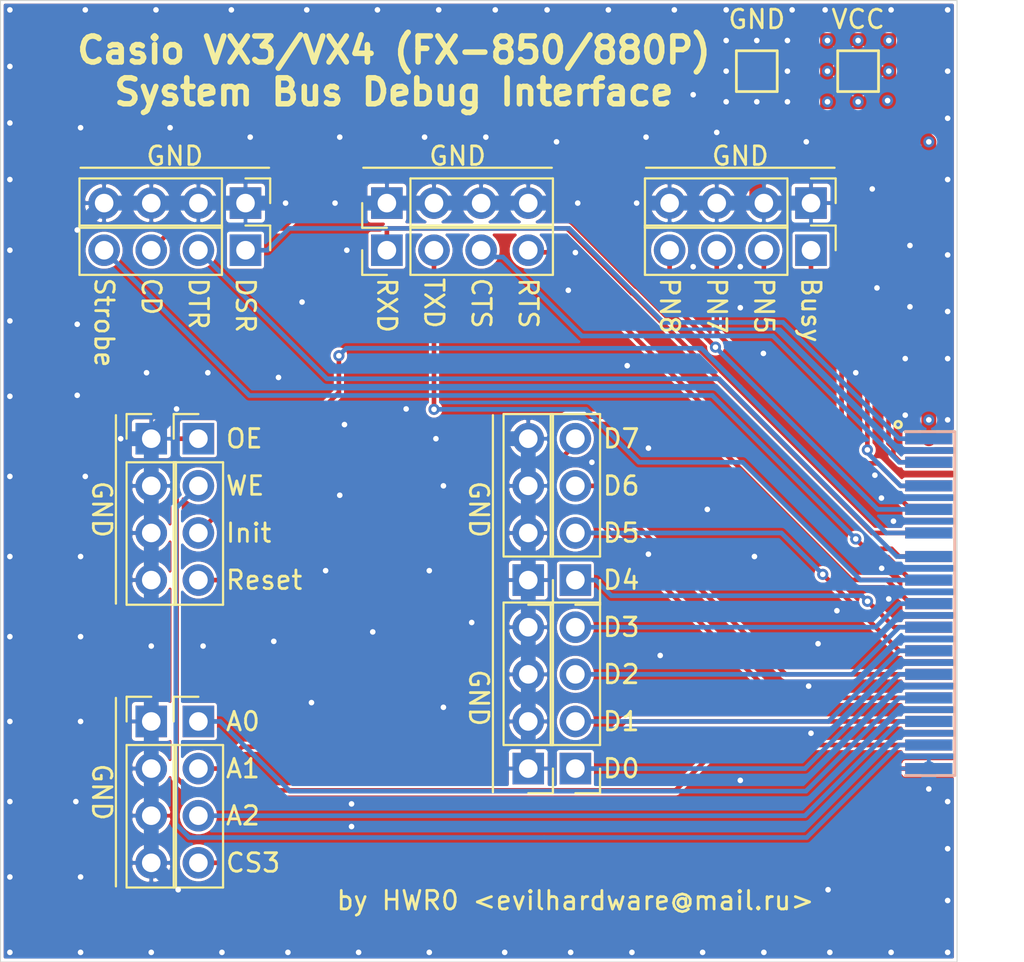
<source format=kicad_pcb>
(kicad_pcb (version 20171130) (host pcbnew "(5.1.5)-3")
  (layers (0 F.Cu signal) (31 B.Cu signal) (34 B.Paste user) (35 F.Paste user) (36 B.SilkS user) (37 F.SilkS user) (38 B.Mask user) (39 F.Mask user) (44 Edge.Cuts user))
  (net 0 "")
  (net 1 GND)
  (net 2 VCC)
  (net 3 PN8)
  (net 4 PN7)
  (net 5 PN5)
  (net 6 BUSY)
  (net 7 WE)
  (net 8 A2)
  (net 9 A0)
  (net 10 D1)
  (net 11 D2)
  (net 12 D3)
  (net 13 D4)
  (net 14 TXD)
  (net 15 DTR)
  (net 16 INIT)
  (net 17 CTS)
  (net 18 DSR)
  (net 19 CS)
  (net 20 OE)
  (net 21 A1)
  (net 22 D7)
  (net 23 D6)
  (net 24 D5)
  (net 25 RESET)
  (net 26 RTS)
  (net 27 Strobe)
  (net 28 RXD)
  (net 29 CD)
  (net 30 D0)
  (module Connector_PinHeader_2.54mm:PinHeader_1x04_P2.54mm_Vertical (layer F.Cu) (at 180.34 91.44 270)
    (fp_text reference J17 hide)
    (fp_text value "Serial 2 + Strobe")
    (pad 4 thru_hole oval (at 0 7.62 270) (size 1.7 1.7) (drill 1) (layers *.Cu *.Mask) (net 27 Strobe))
    (pad 3 thru_hole oval (at 0 5.08 270) (size 1.7 1.7) (drill 1) (layers *.Cu *.Mask) (net 29 CD))
    (pad 2 thru_hole oval (at 0 2.54 270) (size 1.7 1.7) (drill 1) (layers *.Cu *.Mask) (net 15 DTR))
    (pad 1 thru_hole rect (at 0 0 270) (size 1.7 1.7) (drill 1) (layers *.Cu *.Mask) (net 18 DSR))
  )
  (module Connector_PinHeader_2.54mm:PinHeader_1x04_P2.54mm_Vertical (layer F.Cu) (at 187.96 91.44 90)
    (fp_text reference J16 hide)
    (fp_text value "Serial 1")
    (pad 4 thru_hole oval (at 0 7.62 90) (size 1.7 1.7) (drill 1) (layers *.Cu *.Mask) (net 26 RTS))
    (pad 3 thru_hole oval (at 0 5.08 90) (size 1.7 1.7) (drill 1) (layers *.Cu *.Mask) (net 17 CTS))
    (pad 2 thru_hole oval (at 0 2.54 90) (size 1.7 1.7) (drill 1) (layers *.Cu *.Mask) (net 14 TXD))
    (pad 1 thru_hole rect (at 0 0 90) (size 1.7 1.7) (drill 1) (layers *.Cu *.Mask) (net 28 RXD))
  )
  (module Connector_PinHeader_2.54mm:PinHeader_1x04_P2.54mm_Vertical (layer F.Cu) (at 198.12 109.22 180)
    (fp_text reference J15 hide)
    (fp_text value D4-D7)
    (pad 4 thru_hole oval (at 0 7.62 180) (size 1.7 1.7) (drill 1) (layers *.Cu *.Mask) (net 22 D7))
    (pad 3 thru_hole oval (at 0 5.08 180) (size 1.7 1.7) (drill 1) (layers *.Cu *.Mask) (net 23 D6))
    (pad 2 thru_hole oval (at 0 2.54 180) (size 1.7 1.7) (drill 1) (layers *.Cu *.Mask) (net 24 D5))
    (pad 1 thru_hole rect (at 0 0 180) (size 1.7 1.7) (drill 1) (layers *.Cu *.Mask) (net 13 D4))
  )
  (module Connector_PinHeader_2.54mm:PinHeader_1x04_P2.54mm_Vertical (layer F.Cu) (at 198.12 119.38 180)
    (fp_text reference J14 hide)
    (fp_text value D0-D3)
    (pad 4 thru_hole oval (at 0 7.62 180) (size 1.7 1.7) (drill 1) (layers *.Cu *.Mask) (net 12 D3))
    (pad 3 thru_hole oval (at 0 5.08 180) (size 1.7 1.7) (drill 1) (layers *.Cu *.Mask) (net 11 D2))
    (pad 2 thru_hole oval (at 0 2.54 180) (size 1.7 1.7) (drill 1) (layers *.Cu *.Mask) (net 10 D1))
    (pad 1 thru_hole rect (at 0 0 180) (size 1.7 1.7) (drill 1) (layers *.Cu *.Mask) (net 30 D0))
  )
  (module Connector_PinHeader_2.54mm:PinHeader_1x04_P2.54mm_Vertical (layer F.Cu) (at 187.96 88.9 90)
    (fp_text reference J13 hide)
    (fp_text value GND)
    (pad 4 thru_hole oval (at 0 7.62 90) (size 1.7 1.7) (drill 1) (layers *.Cu *.Mask) (net 1 GND))
    (pad 3 thru_hole oval (at 0 5.08 90) (size 1.7 1.7) (drill 1) (layers *.Cu *.Mask) (net 1 GND))
    (pad 2 thru_hole oval (at 0 2.54 90) (size 1.7 1.7) (drill 1) (layers *.Cu *.Mask) (net 1 GND))
    (pad 1 thru_hole rect (at 0 0 90) (size 1.7 1.7) (drill 1) (layers *.Cu *.Mask) (net 1 GND))
  )
  (module Connector_PinHeader_2.54mm:PinHeader_1x04_P2.54mm_Vertical (layer F.Cu) (at 175.26 101.6)
    (fp_text reference J12 hide)
    (fp_text value GND)
    (pad 4 thru_hole oval (at 0 7.62) (size 1.7 1.7) (drill 1) (layers *.Cu *.Mask) (net 1 GND))
    (pad 3 thru_hole oval (at 0 5.08) (size 1.7 1.7) (drill 1) (layers *.Cu *.Mask) (net 1 GND))
    (pad 2 thru_hole oval (at 0 2.54) (size 1.7 1.7) (drill 1) (layers *.Cu *.Mask) (net 1 GND))
    (pad 1 thru_hole rect (at 0 0) (size 1.7 1.7) (drill 1) (layers *.Cu *.Mask) (net 1 GND))
  )
  (module Connector_PinHeader_2.54mm:PinHeader_1x04_P2.54mm_Vertical (layer F.Cu) (at 175.26 116.84)
    (fp_text reference J11 hide)
    (fp_text value GND)
    (pad 4 thru_hole oval (at 0 7.62) (size 1.7 1.7) (drill 1) (layers *.Cu *.Mask) (net 1 GND))
    (pad 3 thru_hole oval (at 0 5.08) (size 1.7 1.7) (drill 1) (layers *.Cu *.Mask) (net 1 GND))
    (pad 2 thru_hole oval (at 0 2.54) (size 1.7 1.7) (drill 1) (layers *.Cu *.Mask) (net 1 GND))
    (pad 1 thru_hole rect (at 0 0) (size 1.7 1.7) (drill 1) (layers *.Cu *.Mask) (net 1 GND))
  )
  (module Connector_PinHeader_2.54mm:PinHeader_1x04_P2.54mm_Vertical (layer F.Cu) (at 177.8 101.6)
    (fp_text reference J10 hide)
    (fp_text value Enables+Init+Reset)
    (pad 4 thru_hole oval (at 0 7.62) (size 1.7 1.7) (drill 1) (layers *.Cu *.Mask) (net 25 RESET))
    (pad 3 thru_hole oval (at 0 5.08) (size 1.7 1.7) (drill 1) (layers *.Cu *.Mask) (net 16 INIT))
    (pad 2 thru_hole oval (at 0 2.54) (size 1.7 1.7) (drill 1) (layers *.Cu *.Mask) (net 7 WE))
    (pad 1 thru_hole rect (at 0 0) (size 1.7 1.7) (drill 1) (layers *.Cu *.Mask) (net 20 OE))
  )
  (module Connector_PinHeader_2.54mm:PinHeader_1x04_P2.54mm_Vertical (layer F.Cu) (at 177.8 116.84)
    (fp_text reference J9 hide)
    (fp_text value ADDR+CS)
    (pad 4 thru_hole oval (at 0 7.62) (size 1.7 1.7) (drill 1) (layers *.Cu *.Mask) (net 19 CS))
    (pad 3 thru_hole oval (at 0 5.08) (size 1.7 1.7) (drill 1) (layers *.Cu *.Mask) (net 8 A2))
    (pad 2 thru_hole oval (at 0 2.54) (size 1.7 1.7) (drill 1) (layers *.Cu *.Mask) (net 21 A1))
    (pad 1 thru_hole rect (at 0 0) (size 1.7 1.7) (drill 1) (layers *.Cu *.Mask) (net 9 A0))
  )
  (module Connector_PinHeader_2.54mm:PinHeader_1x04_P2.54mm_Vertical (layer F.Cu) (at 195.58 109.22 180)
    (fp_text reference J8 hide)
    (fp_text value GND)
    (pad 4 thru_hole oval (at 0 7.62 180) (size 1.7 1.7) (drill 1) (layers *.Cu *.Mask) (net 1 GND))
    (pad 3 thru_hole oval (at 0 5.08 180) (size 1.7 1.7) (drill 1) (layers *.Cu *.Mask) (net 1 GND))
    (pad 2 thru_hole oval (at 0 2.54 180) (size 1.7 1.7) (drill 1) (layers *.Cu *.Mask) (net 1 GND))
    (pad 1 thru_hole rect (at 0 0 180) (size 1.7 1.7) (drill 1) (layers *.Cu *.Mask) (net 1 GND))
  )
  (module Connector_PinHeader_2.54mm:PinHeader_1x04_P2.54mm_Vertical (layer F.Cu) (at 195.58 119.38 180)
    (fp_text reference J7 hide)
    (fp_text value GND)
    (pad 4 thru_hole oval (at 0 7.62 180) (size 1.7 1.7) (drill 1) (layers *.Cu *.Mask) (net 1 GND))
    (pad 3 thru_hole oval (at 0 5.08 180) (size 1.7 1.7) (drill 1) (layers *.Cu *.Mask) (net 1 GND))
    (pad 2 thru_hole oval (at 0 2.54 180) (size 1.7 1.7) (drill 1) (layers *.Cu *.Mask) (net 1 GND))
    (pad 1 thru_hole rect (at 0 0 180) (size 1.7 1.7) (drill 1) (layers *.Cu *.Mask) (net 1 GND))
  )
  (module hwreverse:Connector_Casio_2x15_1.27_SYSBUS (layer F.Cu) (at 217.17 101.6)
    (fp_text reference J6 hide)
    (fp_text value CASIO_VX_2x15_1.27_Interface)
    (pad 30 smd rect (at 0 17.78) (size 2.54 0.6) (layers B.Cu B.Paste B.Mask) (net 1 GND))
    (pad 28 smd rect (at 0 16.51) (size 2.54 0.6) (layers B.Cu B.Paste B.Mask) (net 7 WE))
    (pad 26 smd rect (at 0 15.24) (size 2.54 0.6) (layers B.Cu B.Paste B.Mask) (net 8 A2))
    (pad 24 smd rect (at 0 13.97) (size 2.54 0.6) (layers B.Cu B.Paste B.Mask) (net 9 A0))
    (pad 22 smd rect (at 0 12.7) (size 2.54 0.6) (layers B.Cu B.Paste B.Mask) (net 30 D0))
    (pad 20 smd rect (at 0 11.43) (size 2.54 0.6) (layers B.Cu B.Paste B.Mask) (net 10 D1))
    (pad 18 smd rect (at 0 10.16) (size 2.54 0.6) (layers B.Cu B.Paste B.Mask) (net 11 D2))
    (pad 16 smd rect (at 0 8.89) (size 2.54 0.6) (layers B.Cu B.Paste B.Mask) (net 12 D3))
    (pad 14 smd rect (at 0 7.62) (size 2.54 0.6) (layers B.Cu B.Paste B.Mask) (net 14 TXD))
    (pad 12 smd rect (at 0 6.35) (size 2.54 0.6) (layers B.Cu B.Paste B.Mask) (net 15 DTR))
    (pad 10 smd rect (at 0 5.08) (size 2.54 0.6) (layers B.Cu B.Paste B.Mask) (net 16 INIT))
    (pad 8 smd rect (at 0 3.81) (size 2.54 0.6) (layers B.Cu B.Paste B.Mask) (net 3 PN8))
    (pad 6 smd rect (at 0 2.54) (size 2.54 0.6) (layers B.Cu B.Paste B.Mask) (net 6 BUSY))
    (pad 4 smd rect (at 0 1.27) (size 2.54 0.6) (layers B.Cu B.Paste B.Mask) (net 17 CTS))
    (pad 2 smd rect (at 0 0) (size 2.54 0.6) (layers B.Cu B.Paste B.Mask) (net 18 DSR))
    (pad 29 smd rect (at 0 17.78) (size 2.54 0.6) (layers F.Cu F.Paste F.Mask) (net 19 CS))
    (pad 27 smd rect (at 0 16.51) (size 2.54 0.6) (layers F.Cu F.Paste F.Mask) (net 20 OE))
    (pad 25 smd rect (at 0 15.24) (size 2.54 0.6) (layers F.Cu F.Paste F.Mask) (net 21 A1))
    (pad 23 smd rect (at 0 13.97) (size 2.54 0.6) (layers F.Cu F.Paste F.Mask) (net 22 D7))
    (pad 21 smd rect (at 0 12.7) (size 2.54 0.6) (layers F.Cu F.Paste F.Mask) (net 23 D6))
    (pad 19 smd rect (at 0 11.43) (size 2.54 0.6) (layers F.Cu F.Paste F.Mask) (net 24 D5))
    (pad 17 smd rect (at 0 10.16) (size 2.54 0.6) (layers F.Cu F.Paste F.Mask) (net 13 D4))
    (pad 15 smd rect (at 0 8.89) (size 2.54 0.6) (layers F.Cu F.Paste F.Mask) (net 25 RESET))
    (pad 13 smd rect (at 0 7.62) (size 2.54 0.6) (layers F.Cu F.Paste F.Mask) (net 26 RTS))
    (pad 11 smd rect (at 0 6.35) (size 2.54 0.6) (layers F.Cu F.Paste F.Mask) (net 27 Strobe))
    (pad 9 smd rect (at 0 5.08) (size 2.54 0.6) (layers F.Cu F.Paste F.Mask) (net 28 RXD))
    (pad 7 smd rect (at 0 3.81) (size 2.54 0.6) (layers F.Cu F.Paste F.Mask) (net 4 PN7))
    (pad 5 smd rect (at 0 2.54) (size 2.54 0.6) (layers F.Cu F.Paste F.Mask) (net 5 PN5))
    (pad 3 smd rect (at 0 1.27) (size 2.54 0.6) (layers F.Cu F.Paste F.Mask) (net 29 CD))
    (pad 1 smd rect (at 0 0) (size 2.54 0.6) (layers F.Cu F.Paste F.Mask) (net 2 VCC))
  )
  (module Connector_PinHeader_2.54mm:PinHeader_1x04_P2.54mm_Vertical (layer F.Cu) (at 210.82 88.9 270)
    (fp_text reference J5 hide)
    (fp_text value GND)
    (pad 4 thru_hole oval (at 0 7.62 270) (size 1.7 1.7) (drill 1) (layers *.Cu *.Mask) (net 1 GND))
    (pad 3 thru_hole oval (at 0 5.08 270) (size 1.7 1.7) (drill 1) (layers *.Cu *.Mask) (net 1 GND))
    (pad 2 thru_hole oval (at 0 2.54 270) (size 1.7 1.7) (drill 1) (layers *.Cu *.Mask) (net 1 GND))
    (pad 1 thru_hole rect (at 0 0 270) (size 1.7 1.7) (drill 1) (layers *.Cu *.Mask) (net 1 GND))
  )
  (module Connector_PinHeader_2.54mm:PinHeader_1x04_P2.54mm_Vertical (layer F.Cu) (at 210.82 91.44 270)
    (fp_text reference J4 hide)
    (fp_text value Busy+PN)
    (pad 4 thru_hole oval (at 0 7.62 270) (size 1.7 1.7) (drill 1) (layers *.Cu *.Mask) (net 3 PN8))
    (pad 3 thru_hole oval (at 0 5.08 270) (size 1.7 1.7) (drill 1) (layers *.Cu *.Mask) (net 4 PN7))
    (pad 2 thru_hole oval (at 0 2.54 270) (size 1.7 1.7) (drill 1) (layers *.Cu *.Mask) (net 5 PN5))
    (pad 1 thru_hole rect (at 0 0 270) (size 1.7 1.7) (drill 1) (layers *.Cu *.Mask) (net 6 BUSY))
  )
  (module Connector:SolidPad_4x4mm_2x2mmCore (layer F.Cu) (at 207.899 81.788)
    (fp_text reference J3 hide)
    (fp_text value SolidPad-Connector)
    (pad ~ smd custom (at 0 0) (size 2 2) (layers F.Cu) (net 1 GND) (options (clearance outline) (anchor rect)) (primitives (gr_poly (pts (xy -2 0.2) (xy -2 -0.2) (xy 0 -0.2) (xy 0 0.2)) (width 0.1)) (gr_poly (pts (xy -2 2) (xy -2 1.4) (xy 2 1.4) (xy 2 2)) (width 0.1)) (gr_poly (pts (xy -0.2 0) (xy -0.2 -2) (xy 0.2 -2) (xy 0.2 0)) (width 0.1)) (gr_poly (pts (xy 0 0.2) (xy 0 -0.2) (xy 2 -0.2) (xy 2 0.2)) (width 0.1)) (gr_poly (pts (xy -2 -2) (xy -2 -1.4) (xy 2 -1.4) (xy 2 -2)) (width 0.1)) (gr_poly (pts (xy -2 -2) (xy -1.4 -2) (xy -1.4 2) (xy -2 2)) (width 0.1)) (gr_poly (pts (xy 2 -2) (xy 1.4 -2) (xy 1.4 2) (xy 2 2)) (width 0.1)) (gr_poly (pts (xy -0.2 2) (xy -0.2 0) (xy 0.2 0) (xy 0.2 2)) (width 0.1))))
  )
  (module Connector:SolidPad_4x4mm_2x2mmCore (layer F.Cu) (at 213.36 81.788)
    (fp_text reference J2 hide)
    (fp_text value SolidPad-Connector)
    (pad ~ smd custom (at 0 0) (size 2 2) (layers F.Cu) (net 2 VCC) (options (clearance outline) (anchor rect)) (primitives (gr_poly (pts (xy -2 0.2) (xy -2 -0.2) (xy 0 -0.2) (xy 0 0.2)) (width 0.1)) (gr_poly (pts (xy -2 2) (xy -2 1.4) (xy 2 1.4) (xy 2 2)) (width 0.1)) (gr_poly (pts (xy -0.2 0) (xy -0.2 -2) (xy 0.2 -2) (xy 0.2 0)) (width 0.1)) (gr_poly (pts (xy 0 0.2) (xy 0 -0.2) (xy 2 -0.2) (xy 2 0.2)) (width 0.1)) (gr_poly (pts (xy -2 -2) (xy -2 -1.4) (xy 2 -1.4) (xy 2 -2)) (width 0.1)) (gr_poly (pts (xy -2 -2) (xy -1.4 -2) (xy -1.4 2) (xy -2 2)) (width 0.1)) (gr_poly (pts (xy 2 -2) (xy 1.4 -2) (xy 1.4 2) (xy 2 2)) (width 0.1)) (gr_poly (pts (xy -0.2 2) (xy -0.2 0) (xy 0.2 0) (xy 0.2 2)) (width 0.1))))
  )
  (module Connector_PinHeader_2.54mm:PinHeader_1x04_P2.54mm_Vertical (layer F.Cu) (at 180.34 88.9 270)
    (fp_text reference J1 hide)
    (fp_text value GND)
    (pad 4 thru_hole oval (at 0 7.62 270) (size 1.7 1.7) (drill 1) (layers *.Cu *.Mask) (net 1 GND))
    (pad 3 thru_hole oval (at 0 5.08 270) (size 1.7 1.7) (drill 1) (layers *.Cu *.Mask) (net 1 GND))
    (pad 2 thru_hole oval (at 0 2.54 270) (size 1.7 1.7) (drill 1) (layers *.Cu *.Mask) (net 1 GND))
    (pad 1 thru_hole rect (at 0 0 270) (size 1.7 1.7) (drill 1) (layers *.Cu *.Mask) (net 1 GND))
  )
  (gr_text "by HWR0 <evilhardware@mail.ru>" (at 198.12 126.492) (layer F.SilkS) (effects (font (size 1 1))))
  (gr_text "Casio VX3/VX4 (FX-850/880P)\nSystem Bus Debug Interface" (at 188.341 81.788) (layer F.SilkS) (effects (font (size 1.4 1.4) (thickness 0.3))))
  (gr_line (start 193.675 120.65) (end 193.675 100.33) (layer F.SilkS) (width 0.12))
  (gr_line (start 173.355 125.73) (end 173.355 115.57) (layer F.SilkS) (width 0.12))
  (gr_line (start 173.355 110.49) (end 173.355 100.33) (layer F.SilkS) (width 0.12))
  (gr_line (start 201.93 86.995) (end 212.09 86.995) (layer F.SilkS) (width 0.12))
  (gr_line (start 186.69 86.995) (end 196.85 86.995) (layer F.SilkS) (width 0.12))
  (gr_line (start 171.45 86.995) (end 181.61 86.995) (layer F.SilkS) (width 0.12))
  (gr_text GND (at 192.913 105.41 -90) (layer F.SilkS) (effects (font (size 1 1))))
  (gr_text GND (at 192.913 115.57 -90) (layer F.SilkS) (effects (font (size 1 1))))
  (gr_text GND (at 172.593 120.65 -90) (layer F.SilkS) (effects (font (size 1 1))))
  (gr_text GND (at 172.593 105.41 -90) (layer F.SilkS) (effects (font (size 1 1))))
  (gr_text GND (at 207.01 86.36) (layer F.SilkS) (effects (font (size 1 1))))
  (gr_text GND (at 191.77 86.36) (layer F.SilkS) (effects (font (size 1 1))))
  (gr_text GND (at 176.53 86.36) (layer F.SilkS) (effects (font (size 1 1))))
  (gr_text D0 (at 199.517 119.38) (layer F.SilkS) (effects (font (size 1 1)) (justify left)))
  (gr_text D1 (at 199.517 116.84) (layer F.SilkS) (effects (font (size 1 1)) (justify left)))
  (gr_text D2 (at 199.517 114.3) (layer F.SilkS) (effects (font (size 1 1)) (justify left)))
  (gr_text D3 (at 199.517 111.76) (layer F.SilkS) (effects (font (size 1 1)) (justify left)))
  (gr_text D4 (at 199.517 109.22) (layer F.SilkS) (effects (font (size 1 1)) (justify left)))
  (gr_text D5 (at 199.517 106.68) (layer F.SilkS) (effects (font (size 1 1)) (justify left)))
  (gr_text D6 (at 199.517 104.14) (layer F.SilkS) (effects (font (size 1 1)) (justify left)))
  (gr_text D7 (at 199.517 101.6) (layer F.SilkS) (effects (font (size 1 1)) (justify left)))
  (gr_text CS3 (at 179.197 124.46) (layer F.SilkS) (effects (font (size 1 1)) (justify left)))
  (gr_text A2 (at 179.197 121.92) (layer F.SilkS) (effects (font (size 1 1)) (justify left)))
  (gr_text A0 (at 179.197 116.84) (layer F.SilkS) (effects (font (size 1 1)) (justify left)))
  (gr_text A1 (at 179.197 119.38) (layer F.SilkS) (effects (font (size 1 1)) (justify left)))
  (gr_text Reset (at 179.197 109.22) (layer F.SilkS) (effects (font (size 1 1)) (justify left)))
  (gr_text Init (at 179.197 106.68) (layer F.SilkS) (effects (font (size 1 1)) (justify left)))
  (gr_text WE (at 179.197 104.14) (layer F.SilkS) (effects (font (size 1 1)) (justify left)))
  (gr_text OE (at 179.197 101.6) (layer F.SilkS) (effects (font (size 1 1)) (justify left)))
  (gr_text Strobe (at 172.72 92.837 -90) (layer F.SilkS) (effects (font (size 1 1)) (justify left)))
  (gr_text CD (at 175.26 92.837 -90) (layer F.SilkS) (effects (font (size 1 1)) (justify left)))
  (gr_text DTR (at 177.8 92.837 -90) (layer F.SilkS) (effects (font (size 1 1)) (justify left)))
  (gr_text DSR (at 180.34 92.837 -90) (layer F.SilkS) (effects (font (size 1 1)) (justify left)))
  (gr_text RXD (at 187.96 92.837 -90) (layer F.SilkS) (effects (font (size 1 1)) (justify left)))
  (gr_text TXD (at 190.5 92.837 -90) (layer F.SilkS) (effects (font (size 1 1)) (justify left)))
  (gr_text CTS (at 193.04 92.837 -90) (layer F.SilkS) (effects (font (size 1 1)) (justify left)))
  (gr_text RTS (at 195.58 92.837 -90) (layer F.SilkS) (effects (font (size 1 1)) (justify left)))
  (gr_text PN8 (at 203.2 92.837 -90) (layer F.SilkS) (effects (font (size 1 1)) (justify left)))
  (gr_text PN7 (at 205.74 92.837 -90) (layer F.SilkS) (effects (font (size 1 1)) (justify left)))
  (gr_text PN5 (at 208.28 92.837 -90) (layer F.SilkS) (effects (font (size 1 1)) (justify left)))
  (gr_text Busy (at 210.82 92.837 -90) (layer F.SilkS) (effects (font (size 1 1)) (justify left)))
  (gr_text VCC (at 213.36 78.994) (layer F.SilkS) (effects (font (size 1 1))))
  (gr_text GND (at 207.899 78.994) (layer F.SilkS) (effects (font (size 1 1))))
  (gr_line (start 167.132 77.978) (end 218.694 77.978) (layer Edge.Cuts) (width 0.05))
  (gr_line (start 167.132 129.794) (end 167.132 77.978) (layer Edge.Cuts) (width 0.05))
  (gr_line (start 218.694 129.794) (end 167.132 129.794) (layer Edge.Cuts) (width 0.05))
  (gr_line (start 218.694 77.978) (end 218.694 129.794) (layer Edge.Cuts) (width 0.05))
  (via (at 202.057 102.108) (size 0.6) (drill 0.3) (layers F.Cu B.Cu) (net 1))
  (via (at 208.2546 97.0026) (size 0.6) (drill 0.3) (layers F.Cu B.Cu) (net 1))
  (via (at 212.217 110.871) (size 0.6) (drill 0.3) (layers F.Cu B.Cu) (net 1))
  (via (at 211.201 112.649) (size 0.6) (drill 0.3) (layers F.Cu B.Cu) (net 1))
  (via (at 214.63 108.585) (size 0.6) (drill 0.3) (layers F.Cu B.Cu) (net 1))
  (via (at 215.265 106.045) (size 0.6) (drill 0.3) (layers F.Cu B.Cu) (net 1))
  (via (at 207.899 80.137) (size 0.6) (drill 0.3) (layers F.Cu B.Cu) (net 1))
  (via (at 206.248 80.137) (size 0.6) (drill 0.3) (layers F.Cu B.Cu) (net 1))
  (via (at 206.248 81.788) (size 0.6) (drill 0.3) (layers F.Cu B.Cu) (net 1))
  (via (at 206.248 83.439) (size 0.6) (drill 0.3) (layers F.Cu B.Cu) (net 1))
  (via (at 209.55 83.439) (size 0.6) (drill 0.3) (layers F.Cu B.Cu) (net 1))
  (via (at 209.55 81.788) (size 0.6) (drill 0.3) (layers F.Cu B.Cu) (net 1))
  (via (at 209.55 80.137) (size 0.6) (drill 0.3) (layers F.Cu B.Cu) (net 1))
  (segment (start 207.899 81.788) (end 208.28 82.169) (width 0.25) (layer F.Cu) (net 1))
  (segment (start 207.899 88.519) (end 208.28 88.9) (width 0.8) (layer F.Cu) (net 1))
  (segment (start 207.899 81.788) (end 207.899 83.439) (width 0.8) (layer F.Cu) (net 1))
  (segment (start 210.82 88.9) (end 201.422 88.9) (width 0.8) (layer B.Cu) (net 1))
  (segment (start 175.26 124.46) (end 175.26 112.776) (width 0.8) (layer B.Cu) (net 1))
  (segment (start 173.61 101.6) (end 175.26 101.6) (width 0.8) (layer B.Cu) (net 1))
  (segment (start 171.269999 99.259999) (end 173.61 101.6) (width 0.8) (layer B.Cu) (net 1))
  (segment (start 171.269999 90.350001) (end 171.269999 95.430001) (width 0.8) (layer B.Cu) (net 1))
  (segment (start 172.72 88.9) (end 171.269999 90.350001) (width 0.8) (layer B.Cu) (net 1))
  (segment (start 217.17 120.48) (end 217.17 119.38) (width 0.8) (layer B.Cu) (net 1))
  (segment (start 211.739999 125.910001) (end 211.739999 125.910001) (width 0.8) (layer B.Cu) (net 1))
  (segment (start 176.710001 125.910001) (end 176.710001 125.910001) (width 0.8) (layer B.Cu) (net 1))
  (segment (start 175.26 124.46) (end 176.710001 125.910001) (width 0.8) (layer B.Cu) (net 1))
  (segment (start 195.58 101.6) (end 195.58 119.38) (width 0.8) (layer B.Cu) (net 1))
  (segment (start 193.93 101.6) (end 195.58 101.6) (width 0.8) (layer B.Cu) (net 1))
  (segment (start 190.603498 101.6) (end 193.93 101.6) (width 0.8) (layer B.Cu) (net 1))
  (segment (start 188.999006 99.995508) (end 188.999006 99.995508) (width 0.8) (layer B.Cu) (net 1))
  (segment (start 176.62449 99.995508) (end 176.62449 99.995508) (width 0.8) (layer B.Cu) (net 1))
  (segment (start 175.26 101.359998) (end 176.62449 99.995508) (width 0.8) (layer B.Cu) (net 1))
  (segment (start 175.26 101.6) (end 175.26 101.359998) (width 0.8) (layer B.Cu) (net 1))
  (segment (start 207.899 83.439) (end 207.899 88.519) (width 0.8) (layer F.Cu) (net 1))
  (via (at 207.899 83.439) (size 0.6) (drill 0.3) (layers F.Cu B.Cu) (net 1))
  (segment (start 217.17 120.48) (end 217.17 120.48) (width 0.8) (layer B.Cu) (net 1))
  (via (at 217.17 120.48) (size 0.6) (drill 0.3) (layers F.Cu B.Cu) (net 1))
  (segment (start 211.739999 125.910001) (end 217.17 120.48) (width 0.8) (layer B.Cu) (net 1))
  (via (at 211.739999 125.910001) (size 0.6) (drill 0.3) (layers F.Cu B.Cu) (net 1))
  (segment (start 176.710001 125.910001) (end 211.739999 125.910001) (width 0.8) (layer B.Cu) (net 1))
  (via (at 176.710001 125.910001) (size 0.6) (drill 0.3) (layers F.Cu B.Cu) (net 1))
  (segment (start 175.26 112.776) (end 175.26 101.6) (width 0.8) (layer B.Cu) (net 1))
  (via (at 175.26 112.776) (size 0.6) (drill 0.3) (layers F.Cu B.Cu) (net 1))
  (segment (start 173.61 101.6) (end 173.61 101.6) (width 0.8) (layer B.Cu) (net 1))
  (via (at 173.61 101.6) (size 0.6) (drill 0.3) (layers F.Cu B.Cu) (net 1))
  (segment (start 171.269999 99.259999) (end 171.269999 99.259999) (width 0.8) (layer B.Cu) (net 1))
  (via (at 171.269999 99.259999) (size 0.6) (drill 0.3) (layers F.Cu B.Cu) (net 1))
  (segment (start 171.269999 90.350001) (end 171.269999 90.350001) (width 0.8) (layer B.Cu) (net 1))
  (via (at 171.269999 90.350001) (size 0.6) (drill 0.3) (layers F.Cu B.Cu) (net 1))
  (segment (start 188.999006 99.995508) (end 190.603498 101.6) (width 0.8) (layer B.Cu) (net 1))
  (via (at 188.999006 99.995508) (size 0.6) (drill 0.3) (layers F.Cu B.Cu) (net 1))
  (segment (start 190.603498 101.6) (end 190.603498 101.6) (width 0.8) (layer B.Cu) (net 1))
  (via (at 190.603498 101.6) (size 0.6) (drill 0.3) (layers F.Cu B.Cu) (net 1))
  (segment (start 176.62449 99.995508) (end 188.999006 99.995508) (width 0.8) (layer B.Cu) (net 1))
  (via (at 176.62449 99.995508) (size 0.6) (drill 0.3) (layers F.Cu B.Cu) (net 1))
  (segment (start 185.166 88.9) (end 182.499 88.9) (width 0.8) (layer B.Cu) (net 1))
  (via (at 185.166 88.9) (size 0.6) (drill 0.3) (layers F.Cu B.Cu) (net 1))
  (segment (start 182.499 88.9) (end 172.72 88.9) (width 0.8) (layer B.Cu) (net 1))
  (via (at 182.499 88.9) (size 0.6) (drill 0.3) (layers F.Cu B.Cu) (net 1))
  (segment (start 198.247 88.9) (end 185.166 88.9) (width 0.8) (layer B.Cu) (net 1))
  (via (at 198.247 88.9) (size 0.6) (drill 0.3) (layers F.Cu B.Cu) (net 1))
  (segment (start 201.422 88.9) (end 198.247 88.9) (width 0.8) (layer B.Cu) (net 1))
  (via (at 201.422 88.9) (size 0.6) (drill 0.3) (layers F.Cu B.Cu) (net 1))
  (via (at 204.47 92.329) (size 0.6) (drill 0.3) (layers F.Cu B.Cu) (net 1))
  (via (at 207.01 92.329) (size 0.6) (drill 0.3) (layers F.Cu B.Cu) (net 1))
  (via (at 213.233 98.044) (size 0.6) (drill 0.3) (layers F.Cu B.Cu) (net 1))
  (via (at 214.376 93.472) (size 0.6) (drill 0.3) (layers F.Cu B.Cu) (net 1))
  (via (at 199.009 102.87) (size 0.6) (drill 0.3) (layers F.Cu B.Cu) (net 1))
  (via (at 202.057 107.823) (size 0.6) (drill 0.3) (layers F.Cu B.Cu) (net 1))
  (via (at 210.693 114.935) (size 0.6) (drill 0.3) (layers F.Cu B.Cu) (net 1))
  (via (at 210.82 117.475) (size 0.6) (drill 0.3) (layers F.Cu B.Cu) (net 1))
  (via (at 185.801 91.44) (size 0.6) (drill 0.3) (layers F.Cu B.Cu) (net 1))
  (via (at 198.12 91.567) (size 0.6) (drill 0.3) (layers F.Cu B.Cu) (net 1))
  (via (at 200.914 97.663) (size 0.6) (drill 0.3) (layers F.Cu B.Cu) (net 1))
  (via (at 186.055 121.285) (size 0.6) (drill 0.3) (layers F.Cu B.Cu) (net 1))
  (via (at 186.055 122.5042) (size 0.6) (drill 0.3) (layers F.Cu B.Cu) (net 1))
  (via (at 207.01 120.015) (size 0.6) (drill 0.3) (layers F.Cu B.Cu) (net 1))
  (via (at 215.011 110.236) (size 0.6) (drill 0.3) (layers F.Cu B.Cu) (net 1))
  (via (at 214.616923 104.797277) (size 0.6) (drill 0.3) (layers F.Cu B.Cu) (net 1))
  (segment (start 215.265 106.045) (end 215.265 105.445354) (width 0.25) (layer F.Cu) (net 1))
  (segment (start 215.265 105.445354) (end 214.616923 104.797277) (width 0.25) (layer F.Cu) (net 1))
  (segment (start 214.616923 104.797277) (end 214.616923 103.920097) (width 0.25) (layer B.Cu) (net 1))
  (via (at 214.263513 103.566687) (size 0.6) (drill 0.3) (layers F.Cu B.Cu) (net 1))
  (segment (start 214.616923 103.920097) (end 214.263513 103.566687) (width 0.25) (layer B.Cu) (net 1))
  (via (at 207.01 94.5388) (size 0.6) (drill 0.3) (layers F.Cu B.Cu) (net 1))
  (segment (start 208.2546 95.7834) (end 208.2546 97.0026) (width 0.25) (layer F.Cu) (net 1))
  (segment (start 207.01 94.5388) (end 208.2546 95.7834) (width 0.25) (layer F.Cu) (net 1))
  (segment (start 213.963514 103.266688) (end 214.263513 103.566687) (width 0.25) (layer B.Cu) (net 1))
  (segment (start 208.554599 97.857773) (end 213.963514 103.266688) (width 0.25) (layer B.Cu) (net 1))
  (segment (start 208.554599 97.302599) (end 208.554599 97.857773) (width 0.25) (layer B.Cu) (net 1))
  (segment (start 208.2546 97.0026) (end 208.554599 97.302599) (width 0.25) (layer B.Cu) (net 1))
  (segment (start 199.009 102.87) (end 201.295 102.87) (width 0.25) (layer F.Cu) (net 1))
  (segment (start 201.295 102.87) (end 202.057 102.108) (width 0.25) (layer F.Cu) (net 1))
  (via (at 197.739 93.599) (size 0.6) (drill 0.3) (layers F.Cu B.Cu) (net 1))
  (via (at 218.186 121.158) (size 0.6) (drill 0.3) (layers F.Cu B.Cu) (net 1))
  (via (at 218.186 123.698) (size 0.6) (drill 0.3) (layers F.Cu B.Cu) (net 1))
  (via (at 218.186 129.286) (size 0.6) (drill 0.3) (layers F.Cu B.Cu) (net 1))
  (via (at 218.186 126.492) (size 0.6) (drill 0.3) (layers F.Cu B.Cu) (net 1))
  (via (at 215.138 129.286) (size 0.6) (drill 0.3) (layers F.Cu B.Cu) (net 1))
  (via (at 211.836 129.286) (size 0.6) (drill 0.3) (layers F.Cu B.Cu) (net 1))
  (via (at 208.28 129.286) (size 0.6) (drill 0.3) (layers F.Cu B.Cu) (net 1))
  (via (at 204.978 129.286) (size 0.6) (drill 0.3) (layers F.Cu B.Cu) (net 1))
  (via (at 201.168 129.286) (size 0.6) (drill 0.3) (layers F.Cu B.Cu) (net 1))
  (via (at 197.866 129.286) (size 0.6) (drill 0.3) (layers F.Cu B.Cu) (net 1))
  (via (at 194.31 129.286) (size 0.6) (drill 0.3) (layers F.Cu B.Cu) (net 1))
  (via (at 190.246 129.286) (size 0.6) (drill 0.3) (layers F.Cu B.Cu) (net 1))
  (via (at 186.436 129.286) (size 0.6) (drill 0.3) (layers F.Cu B.Cu) (net 1))
  (via (at 182.626 129.286) (size 0.6) (drill 0.3) (layers F.Cu B.Cu) (net 1))
  (via (at 167.64 129.286) (size 0.6) (drill 0.3) (layers F.Cu B.Cu) (net 1))
  (via (at 171.45 129.286) (size 0.6) (drill 0.3) (layers F.Cu B.Cu) (net 1))
  (via (at 175.26 129.286) (size 0.6) (drill 0.3) (layers F.Cu B.Cu) (net 1))
  (via (at 179.07 129.286) (size 0.6) (drill 0.3) (layers F.Cu B.Cu) (net 1))
  (via (at 167.64 78.486) (size 0.6) (drill 0.3) (layers F.Cu B.Cu) (net 1))
  (via (at 167.64 81.534) (size 0.6) (drill 0.3) (layers F.Cu B.Cu) (net 1))
  (via (at 167.64 84.582) (size 0.6) (drill 0.3) (layers F.Cu B.Cu) (net 1))
  (via (at 167.64 87.63) (size 0.6) (drill 0.3) (layers F.Cu B.Cu) (net 1))
  (via (at 167.64 91.44) (size 0.6) (drill 0.3) (layers F.Cu B.Cu) (net 1))
  (via (at 167.64 95.25) (size 0.6) (drill 0.3) (layers F.Cu B.Cu) (net 1))
  (via (at 167.64 99.314) (size 0.6) (drill 0.3) (layers F.Cu B.Cu) (net 1))
  (via (at 167.64 103.632) (size 0.6) (drill 0.3) (layers F.Cu B.Cu) (net 1))
  (via (at 167.64 107.95) (size 0.6) (drill 0.3) (layers F.Cu B.Cu) (net 1))
  (via (at 167.64 112.268) (size 0.6) (drill 0.3) (layers F.Cu B.Cu) (net 1))
  (via (at 167.64 116.84) (size 0.6) (drill 0.3) (layers F.Cu B.Cu) (net 1))
  (via (at 167.64 121.158) (size 0.6) (drill 0.3) (layers F.Cu B.Cu) (net 1))
  (via (at 167.64 125.222) (size 0.6) (drill 0.3) (layers F.Cu B.Cu) (net 1))
  (via (at 171.45 125.222) (size 0.6) (drill 0.3) (layers F.Cu B.Cu) (net 1))
  (via (at 171.196 121.158) (size 0.6) (drill 0.3) (layers F.Cu B.Cu) (net 1))
  (via (at 171.45 116.84) (size 0.6) (drill 0.3) (layers F.Cu B.Cu) (net 1))
  (via (at 171.45 112.268) (size 0.6) (drill 0.3) (layers F.Cu B.Cu) (net 1))
  (via (at 171.45 107.95) (size 0.6) (drill 0.3) (layers F.Cu B.Cu) (net 1))
  (via (at 171.704 103.632) (size 0.6) (drill 0.3) (layers F.Cu B.Cu) (net 1))
  (segment (start 171.269999 95.430001) (end 171.269999 99.259999) (width 0.8) (layer B.Cu) (net 1))
  (via (at 171.269999 95.430001) (size 0.6) (drill 0.3) (layers F.Cu B.Cu) (net 1))
  (via (at 171.45 84.836) (size 0.6) (drill 0.3) (layers F.Cu B.Cu) (net 1))
  (via (at 171.704 78.486) (size 0.6) (drill 0.3) (layers F.Cu B.Cu) (net 1))
  (via (at 175.514 78.486) (size 0.6) (drill 0.3) (layers F.Cu B.Cu) (net 1))
  (via (at 179.578 78.486) (size 0.6) (drill 0.3) (layers F.Cu B.Cu) (net 1))
  (via (at 183.642 78.486) (size 0.6) (drill 0.3) (layers F.Cu B.Cu) (net 1))
  (via (at 187.452 78.486) (size 0.6) (drill 0.3) (layers F.Cu B.Cu) (net 1))
  (via (at 190.754 78.486) (size 0.6) (drill 0.3) (layers F.Cu B.Cu) (net 1))
  (via (at 193.802 78.486) (size 0.6) (drill 0.3) (layers F.Cu B.Cu) (net 1))
  (via (at 196.596 78.486) (size 0.6) (drill 0.3) (layers F.Cu B.Cu) (net 1))
  (via (at 199.898 78.486) (size 0.6) (drill 0.3) (layers F.Cu B.Cu) (net 1))
  (via (at 203.454 78.486) (size 0.6) (drill 0.3) (layers F.Cu B.Cu) (net 1))
  (via (at 206.248 78.486) (size 0.6) (drill 0.3) (layers F.Cu B.Cu) (net 1))
  (via (at 209.804 78.486) (size 0.6) (drill 0.3) (layers F.Cu B.Cu) (net 1))
  (via (at 211.582 78.486) (size 0.6) (drill 0.3) (layers F.Cu B.Cu) (net 1))
  (via (at 215.138 78.486) (size 0.6) (drill 0.3) (layers F.Cu B.Cu) (net 1))
  (via (at 218.186 78.486) (size 0.6) (drill 0.3) (layers F.Cu B.Cu) (net 1))
  (via (at 218.186 81.788) (size 0.6) (drill 0.3) (layers F.Cu B.Cu) (net 1))
  (via (at 218.186 84.328) (size 0.6) (drill 0.3) (layers F.Cu B.Cu) (net 1))
  (via (at 218.186 87.63) (size 0.6) (drill 0.3) (layers F.Cu B.Cu) (net 1))
  (via (at 218.186 91.694) (size 0.6) (drill 0.3) (layers F.Cu B.Cu) (net 1))
  (via (at 218.186 94.742) (size 0.6) (drill 0.3) (layers F.Cu B.Cu) (net 1))
  (via (at 218.186 97.282) (size 0.6) (drill 0.3) (layers F.Cu B.Cu) (net 1))
  (via (at 218.186 100.584) (size 0.6) (drill 0.3) (layers F.Cu B.Cu) (net 1))
  (via (at 215.9 100.33) (size 0.6) (drill 0.3) (layers F.Cu B.Cu) (net 1))
  (via (at 215.9 97.282) (size 0.6) (drill 0.3) (layers F.Cu B.Cu) (net 1))
  (via (at 216.154 94.488) (size 0.6) (drill 0.3) (layers F.Cu B.Cu) (net 1))
  (via (at 216.154 91.186) (size 0.6) (drill 0.3) (layers F.Cu B.Cu) (net 1))
  (via (at 214.122 88.138) (size 0.6) (drill 0.3) (layers F.Cu B.Cu) (net 1))
  (via (at 210.566 85.598) (size 0.6) (drill 0.3) (layers F.Cu B.Cu) (net 1))
  (via (at 205.74 85.09) (size 0.6) (drill 0.3) (layers F.Cu B.Cu) (net 1))
  (via (at 204.47 83.058) (size 0.6) (drill 0.3) (layers F.Cu B.Cu) (net 1))
  (via (at 201.93 85.344) (size 0.6) (drill 0.3) (layers F.Cu B.Cu) (net 1))
  (via (at 197.104 85.598) (size 0.6) (drill 0.3) (layers F.Cu B.Cu) (net 1))
  (via (at 193.294 85.344) (size 0.6) (drill 0.3) (layers F.Cu B.Cu) (net 1))
  (via (at 189.992 85.344) (size 0.6) (drill 0.3) (layers F.Cu B.Cu) (net 1))
  (via (at 185.42 85.344) (size 0.6) (drill 0.3) (layers F.Cu B.Cu) (net 1))
  (via (at 180.594 85.344) (size 0.6) (drill 0.3) (layers F.Cu B.Cu) (net 1))
  (via (at 176.276 84.836) (size 0.6) (drill 0.3) (layers F.Cu B.Cu) (net 1))
  (via (at 183.388 94.234) (size 0.6) (drill 0.3) (layers F.Cu B.Cu) (net 1))
  (via (at 182.118 98.298) (size 0.6) (drill 0.3) (layers F.Cu B.Cu) (net 1))
  (via (at 178.308 98.044) (size 0.6) (drill 0.3) (layers F.Cu B.Cu) (net 1))
  (via (at 175.006 98.044) (size 0.6) (drill 0.3) (layers F.Cu B.Cu) (net 1))
  (via (at 205.232 105.41) (size 0.6) (drill 0.3) (layers F.Cu B.Cu) (net 1))
  (via (at 207.772 107.95) (size 0.6) (drill 0.3) (layers F.Cu B.Cu) (net 1))
  (via (at 191.008 104.14) (size 0.6) (drill 0.3) (layers F.Cu B.Cu) (net 1))
  (via (at 185.42 104.648) (size 0.6) (drill 0.3) (layers F.Cu B.Cu) (net 1))
  (via (at 185.674 100.838) (size 0.6) (drill 0.3) (layers F.Cu B.Cu) (net 1))
  (via (at 178.054 112.776) (size 0.6) (drill 0.3) (layers F.Cu B.Cu) (net 1))
  (via (at 183.896 115.824) (size 0.6) (drill 0.3) (layers F.Cu B.Cu) (net 1))
  (via (at 184.658 108.712) (size 0.6) (drill 0.3) (layers F.Cu B.Cu) (net 1))
  (via (at 190.246 108.712) (size 0.6) (drill 0.3) (layers F.Cu B.Cu) (net 1))
  (via (at 187.198 112.014) (size 0.6) (drill 0.3) (layers F.Cu B.Cu) (net 1))
  (via (at 191.008 116.078) (size 0.6) (drill 0.3) (layers F.Cu B.Cu) (net 1))
  (via (at 192.532 111.506) (size 0.6) (drill 0.3) (layers F.Cu B.Cu) (net 1))
  (via (at 181.864 112.522) (size 0.6) (drill 0.3) (layers F.Cu B.Cu) (net 1))
  (via (at 202.692 113.284) (size 0.6) (drill 0.3) (layers F.Cu B.Cu) (net 1))
  (via (at 213.36 83.439) (size 0.6) (drill 0.3) (layers F.Cu B.Cu) (net 2))
  (via (at 211.709 83.439) (size 0.6) (drill 0.3) (layers F.Cu B.Cu) (net 2))
  (via (at 211.709 81.788) (size 0.6) (drill 0.3) (layers F.Cu B.Cu) (net 2))
  (via (at 211.709 80.137) (size 0.6) (drill 0.3) (layers F.Cu B.Cu) (net 2))
  (via (at 213.36 80.137) (size 0.6) (drill 0.3) (layers F.Cu B.Cu) (net 2))
  (via (at 215.011 80.137) (size 0.6) (drill 0.3) (layers F.Cu B.Cu) (net 2))
  (via (at 215.011 81.788) (size 0.6) (drill 0.3) (layers F.Cu B.Cu) (net 2))
  (segment (start 217.17 85.598) (end 214.9475 83.3755) (width 0.8) (layer F.Cu) (net 2))
  (segment (start 217.17 101.6) (end 217.17 100.584) (width 0.8) (layer F.Cu) (net 2))
  (segment (start 214.9475 83.3755) (end 213.36 81.788) (width 0.8) (layer F.Cu) (net 2))
  (via (at 214.9475 83.3755) (size 0.6) (drill 0.3) (layers F.Cu B.Cu) (net 2))
  (segment (start 217.17 85.598) (end 217.17 85.598) (width 0.8) (layer F.Cu) (net 2))
  (via (at 217.17 85.598) (size 0.6) (drill 0.3) (layers F.Cu B.Cu) (net 2))
  (segment (start 217.17 100.584) (end 217.17 85.598) (width 0.8) (layer F.Cu) (net 2))
  (via (at 217.17 100.584) (size 0.6) (drill 0.3) (layers F.Cu B.Cu) (net 2))
  (via (at 205.671336 96.664864) (size 0.6) (drill 0.3) (layers F.Cu B.Cu) (net 3))
  (segment (start 203.2 94.193528) (end 203.2 91.44) (width 0.25) (layer F.Cu) (net 3))
  (segment (start 205.671336 96.664864) (end 203.2 94.193528) (width 0.25) (layer F.Cu) (net 3))
  (segment (start 214.168996 105.162524) (end 205.671336 96.664864) (width 0.25) (layer B.Cu) (net 3))
  (segment (start 217.17 105.41) (end 214.416472 105.41) (width 0.25) (layer B.Cu) (net 3))
  (segment (start 214.416472 105.41) (end 214.168996 105.162524) (width 0.25) (layer B.Cu) (net 3))
  (segment (start 216.2 105.41) (end 217.17 105.41) (width 0.25) (layer F.Cu) (net 4))
  (segment (start 205.74 91.44) (end 205.74 95.826) (width 0.25) (layer F.Cu) (net 4))
  (segment (start 216.2 105.41) (end 215.0062 104.2162) (width 0.25) (layer F.Cu) (net 4))
  (segment (start 205.74 95.882526) (end 205.74 95.826) (width 0.25) (layer F.Cu) (net 4))
  (segment (start 214.073674 104.2162) (end 205.74 95.882526) (width 0.25) (layer F.Cu) (net 4))
  (segment (start 215.0062 104.2162) (end 214.073674 104.2162) (width 0.25) (layer F.Cu) (net 4))
  (segment (start 212.471 101.887202) (end 213.511699 102.927901) (width 0.25) (layer F.Cu) (net 5))
  (segment (start 212.471 96.833081) (end 212.471 101.887202) (width 0.25) (layer F.Cu) (net 5))
  (segment (start 208.28 92.642081) (end 212.471 96.833081) (width 0.25) (layer F.Cu) (net 5))
  (segment (start 208.28 91.44) (end 208.28 92.642081) (width 0.25) (layer F.Cu) (net 5))
  (segment (start 213.511699 102.927901) (end 214.437901 102.927901) (width 0.25) (layer F.Cu) (net 5))
  (segment (start 215.65 104.14) (end 217.17 104.14) (width 0.25) (layer F.Cu) (net 5))
  (segment (start 214.437901 102.927901) (end 215.65 104.14) (width 0.25) (layer F.Cu) (net 5))
  (segment (start 210.82 91.44) (end 210.82 92.6153) (width 0.25) (layer F.Cu) (net 6))
  (segment (start 213.8597 102.2029) (end 213.8597 95.655) (width 0.25) (layer F.Cu) (net 6))
  (segment (start 213.8597 95.655) (end 210.82 92.6153) (width 0.25) (layer F.Cu) (net 6))
  (via (at 213.8597 102.2029) (size 0.6) (drill 0.3) (layers F.Cu B.Cu) (net 6))
  (segment (start 213.8597 102.3497) (end 213.8597 102.2029) (width 0.25) (layer B.Cu) (net 6))
  (segment (start 215.65 104.14) (end 213.8597 102.3497) (width 0.25) (layer B.Cu) (net 6))
  (segment (start 217.17 104.14) (end 215.65 104.14) (width 0.25) (layer B.Cu) (net 6))
  (segment (start 176.5849 105.3551) (end 177.8 104.14) (width 0.25) (layer B.Cu) (net 7))
  (segment (start 215.5747 118.11) (end 214.08635 119.59835) (width 0.25) (layer B.Cu) (net 7))
  (segment (start 210.5893 123.0954) (end 196.4366 123.0954) (width 0.25) (layer B.Cu) (net 7))
  (segment (start 177.3091 123.0954) (end 176.5849 122.3712) (width 0.25) (layer B.Cu) (net 7))
  (segment (start 217.17 118.11) (end 215.5747 118.11) (width 0.25) (layer B.Cu) (net 7))
  (segment (start 176.5849 122.3712) (end 176.5849 105.3551) (width 0.25) (layer B.Cu) (net 7))
  (segment (start 196.4366 123.0954) (end 177.3091 123.0954) (width 0.25) (layer B.Cu) (net 7))
  (segment (start 214.08635 119.59835) (end 210.5893 123.0954) (width 0.25) (layer B.Cu) (net 7))
  (segment (start 217.17 116.84) (end 215.5747 116.84) (width 0.25) (layer B.Cu) (net 8))
  (segment (start 215.5747 116.84) (end 210.4947 121.92) (width 0.25) (layer B.Cu) (net 8))
  (segment (start 210.4947 121.92) (end 207.01 121.92) (width 0.25) (layer B.Cu) (net 8))
  (segment (start 207.01 121.92) (end 177.8 121.92) (width 0.25) (layer B.Cu) (net 8))
  (segment (start 177.8 116.84) (end 178.9753 116.84) (width 0.25) (layer B.Cu) (net 9))
  (segment (start 217.17 115.57) (end 215.5747 115.57) (width 0.25) (layer B.Cu) (net 9))
  (segment (start 215.5747 115.57) (end 210.5477 120.597) (width 0.25) (layer B.Cu) (net 9))
  (segment (start 210.5477 120.597) (end 182.7323 120.597) (width 0.25) (layer B.Cu) (net 9))
  (segment (start 182.7323 120.597) (end 178.9753 116.84) (width 0.25) (layer B.Cu) (net 9))
  (segment (start 217.17 114.3) (end 215.5747 114.3) (width 0.25) (layer B.Cu) (net 30))
  (segment (start 215.5747 114.3) (end 210.4947 119.38) (width 0.25) (layer B.Cu) (net 30))
  (segment (start 210.4947 119.38) (end 198.12 119.38) (width 0.25) (layer B.Cu) (net 30))
  (segment (start 215.5747 113.03) (end 211.7647 116.84) (width 0.25) (layer B.Cu) (net 10))
  (segment (start 211.7647 116.84) (end 198.12 116.84) (width 0.25) (layer B.Cu) (net 10))
  (segment (start 217.17 113.03) (end 215.5747 113.03) (width 0.25) (layer B.Cu) (net 10))
  (segment (start 217.17 111.76) (end 215.5747 111.76) (width 0.25) (layer B.Cu) (net 11))
  (segment (start 215.5747 111.76) (end 213.0347 114.3) (width 0.25) (layer B.Cu) (net 11))
  (segment (start 213.0347 114.3) (end 198.12 114.3) (width 0.25) (layer B.Cu) (net 11))
  (segment (start 217.17 110.49) (end 215.5747 110.49) (width 0.25) (layer B.Cu) (net 12))
  (segment (start 215.5747 110.49) (end 214.3047 111.76) (width 0.25) (layer B.Cu) (net 12))
  (segment (start 214.3047 111.76) (end 198.12 111.76) (width 0.25) (layer B.Cu) (net 12))
  (segment (start 190.5 91.44) (end 190.5 100.0165) (width 0.25) (layer F.Cu) (net 14))
  (via (at 190.5 100.0165) (size 0.6) (drill 0.3) (layers F.Cu B.Cu) (net 14))
  (segment (start 198.6955 100.0165) (end 190.5 100.0165) (width 0.25) (layer B.Cu) (net 14))
  (segment (start 201.549 102.87) (end 198.6955 100.0165) (width 0.25) (layer B.Cu) (net 14))
  (segment (start 207.137 102.87) (end 201.549 102.87) (width 0.25) (layer B.Cu) (net 14))
  (segment (start 217.17 109.22) (end 213.487 109.22) (width 0.25) (layer B.Cu) (net 14))
  (segment (start 213.487 109.22) (end 207.137 102.87) (width 0.25) (layer B.Cu) (net 14))
  (segment (start 184.7299 98.3699) (end 177.8 91.44) (width 0.25) (layer B.Cu) (net 15))
  (segment (start 205.8628 98.3699) (end 184.7299 98.3699) (width 0.25) (layer B.Cu) (net 15))
  (segment (start 217.17 107.95) (end 215.4429 107.95) (width 0.25) (layer B.Cu) (net 15))
  (segment (start 215.4429 107.95) (end 205.8628 98.3699) (width 0.25) (layer B.Cu) (net 15))
  (via (at 185.3734 97.1259) (size 0.6) (drill 0.3) (layers F.Cu B.Cu) (net 16))
  (segment (start 185.3734 99.1066) (end 185.3734 97.1259) (width 0.25) (layer F.Cu) (net 16))
  (segment (start 177.8 106.68) (end 185.3734 99.1066) (width 0.25) (layer F.Cu) (net 16))
  (segment (start 207.01 98.816702) (end 207.01 98.806) (width 0.25) (layer B.Cu) (net 16))
  (segment (start 217.17 106.68) (end 214.873298 106.68) (width 0.25) (layer B.Cu) (net 16))
  (segment (start 214.873298 106.68) (end 207.01 98.816702) (width 0.25) (layer B.Cu) (net 16))
  (segment (start 185.773399 96.725901) (end 185.3734 97.1259) (width 0.25) (layer B.Cu) (net 16))
  (segment (start 204.919199 96.725901) (end 188.008099 96.725901) (width 0.25) (layer B.Cu) (net 16))
  (segment (start 207.01 98.816702) (end 204.919199 96.725901) (width 0.25) (layer B.Cu) (net 16))
  (segment (start 188.008099 96.725901) (end 185.773399 96.725901) (width 0.25) (layer B.Cu) (net 16))
  (segment (start 215.5747 102.87) (end 208.7655 96.0608) (width 0.25) (layer B.Cu) (net 17))
  (segment (start 208.7655 96.0608) (end 198.4688 96.0608) (width 0.25) (layer B.Cu) (net 17))
  (segment (start 198.4688 96.0608) (end 194.2153 91.8073) (width 0.25) (layer B.Cu) (net 17))
  (segment (start 217.17 102.87) (end 215.5747 102.87) (width 0.25) (layer B.Cu) (net 17))
  (segment (start 193.4073 91.8073) (end 193.04 91.44) (width 0.25) (layer B.Cu) (net 17))
  (segment (start 194.2153 91.8073) (end 193.4073 91.8073) (width 0.25) (layer B.Cu) (net 17))
  (segment (start 180.34 91.44) (end 181.5153 91.44) (width 0.25) (layer B.Cu) (net 18))
  (segment (start 217.17 101.6) (end 215.5747 101.6) (width 0.25) (layer B.Cu) (net 18))
  (segment (start 215.5747 101.6) (end 209.305 95.3303) (width 0.25) (layer B.Cu) (net 18))
  (segment (start 209.305 95.3303) (end 202.8602 95.3303) (width 0.25) (layer B.Cu) (net 18))
  (segment (start 202.8602 95.3303) (end 197.7946 90.2647) (width 0.25) (layer B.Cu) (net 18))
  (segment (start 197.7946 90.2647) (end 182.6906 90.2647) (width 0.25) (layer B.Cu) (net 18))
  (segment (start 182.6906 90.2647) (end 181.5153 91.44) (width 0.25) (layer B.Cu) (net 18))
  (segment (start 217.17 119.38) (end 215.5747 119.38) (width 0.25) (layer F.Cu) (net 19))
  (segment (start 215.5747 119.38) (end 210.4947 124.46) (width 0.25) (layer F.Cu) (net 19))
  (segment (start 210.4947 124.46) (end 177.8 124.46) (width 0.25) (layer F.Cu) (net 19))
  (segment (start 176.7 101.6) (end 177.8 101.6) (width 0.25) (layer F.Cu) (net 20))
  (segment (start 217.17 118.11) (end 205.9653 118.11) (width 0.25) (layer F.Cu) (net 20))
  (segment (start 203.5199 120.5554) (end 177.3091 120.5554) (width 0.25) (layer F.Cu) (net 20))
  (segment (start 176.6247 119.871) (end 176.6247 101.6753) (width 0.25) (layer F.Cu) (net 20))
  (segment (start 176.6247 101.6753) (end 176.7 101.6) (width 0.25) (layer F.Cu) (net 20))
  (segment (start 205.9653 118.11) (end 203.5199 120.5554) (width 0.25) (layer F.Cu) (net 20))
  (segment (start 177.3091 120.5554) (end 176.6247 119.871) (width 0.25) (layer F.Cu) (net 20))
  (segment (start 177.8 119.38) (end 178.9753 119.38) (width 0.25) (layer F.Cu) (net 21))
  (segment (start 217.17 116.84) (end 200.7901 116.84) (width 0.25) (layer F.Cu) (net 21))
  (segment (start 200.7901 116.84) (end 199.4254 118.2047) (width 0.25) (layer F.Cu) (net 21))
  (segment (start 199.4254 118.2047) (end 180.1506 118.2047) (width 0.25) (layer F.Cu) (net 21))
  (segment (start 180.1506 118.2047) (end 178.9753 119.38) (width 0.25) (layer F.Cu) (net 21))
  (segment (start 217.17 115.57) (end 208.9102 115.57) (width 0.25) (layer F.Cu) (net 22))
  (segment (start 208.9102 115.57) (end 198.6556 105.3154) (width 0.25) (layer F.Cu) (net 22))
  (segment (start 198.6556 105.3154) (end 197.5944 105.3154) (width 0.25) (layer F.Cu) (net 22))
  (segment (start 197.5944 105.3154) (end 196.9101 104.6311) (width 0.25) (layer F.Cu) (net 22))
  (segment (start 198.12 101.90071) (end 198.12 101.6) (width 0.25) (layer F.Cu) (net 22))
  (segment (start 196.9101 103.11061) (end 198.12 101.90071) (width 0.25) (layer F.Cu) (net 22))
  (segment (start 196.9101 104.6311) (end 196.9101 103.11061) (width 0.25) (layer F.Cu) (net 22))
  (segment (start 198.12 104.14) (end 199.2953 104.14) (width 0.25) (layer F.Cu) (net 23))
  (segment (start 217.17 114.3) (end 209.4553 114.3) (width 0.25) (layer F.Cu) (net 23))
  (segment (start 209.4553 114.3) (end 199.2953 104.14) (width 0.25) (layer F.Cu) (net 23))
  (segment (start 198.12 106.68) (end 209.2247 106.68) (width 0.25) (layer B.Cu) (net 24))
  (segment (start 209.2247 106.68) (end 211.4548 108.9101) (width 0.25) (layer B.Cu) (net 24))
  (segment (start 215.5747 113.03) (end 211.4548 108.9101) (width 0.25) (layer F.Cu) (net 24))
  (segment (start 217.17 113.03) (end 215.5747 113.03) (width 0.25) (layer F.Cu) (net 24))
  (via (at 211.4548 108.9101) (size 0.6) (drill 0.3) (layers F.Cu B.Cu) (net 24))
  (via (at 213.868 110.363) (size 0.6) (drill 0.3) (layers F.Cu B.Cu) (net 13))
  (segment (start 199.22 109.22) (end 200.063001 110.063001) (width 0.25) (layer B.Cu) (net 13))
  (segment (start 213.568001 110.063001) (end 213.868 110.363) (width 0.25) (layer B.Cu) (net 13))
  (segment (start 200.063001 110.063001) (end 213.568001 110.063001) (width 0.25) (layer B.Cu) (net 13))
  (segment (start 198.12 109.22) (end 199.22 109.22) (width 0.25) (layer B.Cu) (net 13))
  (segment (start 215.65 111.76) (end 217.17 111.76) (width 0.25) (layer F.Cu) (net 13))
  (segment (start 214.203001 110.662999) (end 215.300002 111.76) (width 0.25) (layer F.Cu) (net 13))
  (segment (start 214.167999 110.662999) (end 214.203001 110.662999) (width 0.25) (layer F.Cu) (net 13))
  (segment (start 215.300002 111.76) (end 215.65 111.76) (width 0.25) (layer F.Cu) (net 13))
  (segment (start 213.868 110.363) (end 214.167999 110.662999) (width 0.25) (layer F.Cu) (net 13))
  (segment (start 185.4199 102.7754) (end 178.9753 109.22) (width 0.25) (layer F.Cu) (net 25))
  (segment (start 178.9753 109.22) (end 177.8 109.22) (width 0.25) (layer F.Cu) (net 25))
  (segment (start 196.6089 102.7754) (end 185.4199 102.7754) (width 0.25) (layer F.Cu) (net 25))
  (segment (start 196.8503 102.534) (end 196.6089 102.7754) (width 0.25) (layer F.Cu) (net 25))
  (segment (start 197.6137 100.4103) (end 196.8503 101.1737) (width 0.25) (layer F.Cu) (net 25))
  (segment (start 217.17 110.49) (end 216.190002 110.49) (width 0.25) (layer F.Cu) (net 25))
  (segment (start 204.2072 100.4103) (end 197.6137 100.4103) (width 0.25) (layer F.Cu) (net 25))
  (segment (start 196.8503 101.1737) (end 196.8503 102.534) (width 0.25) (layer F.Cu) (net 25))
  (segment (start 216.190002 110.49) (end 214.910003 109.210001) (width 0.25) (layer F.Cu) (net 25))
  (segment (start 213.006901 109.210001) (end 204.2072 100.4103) (width 0.25) (layer F.Cu) (net 25))
  (segment (start 214.910003 109.210001) (end 213.006901 109.210001) (width 0.25) (layer F.Cu) (net 25))
  (segment (start 196.7553 91.5528) (end 213.1878 107.9853) (width 0.25) (layer F.Cu) (net 26))
  (segment (start 195.6928 91.5528) (end 195.58 91.44) (width 0.25) (layer F.Cu) (net 26))
  (segment (start 196.7553 91.5528) (end 195.6928 91.5528) (width 0.25) (layer F.Cu) (net 26))
  (segment (start 216.2 109.22) (end 217.17 109.22) (width 0.25) (layer F.Cu) (net 26))
  (segment (start 214.965009 107.985009) (end 216.2 109.22) (width 0.25) (layer F.Cu) (net 26))
  (segment (start 204.823697 99.668499) (end 213.140207 107.985009) (width 0.25) (layer F.Cu) (net 26))
  (segment (start 213.140207 107.985009) (end 214.965009 107.985009) (width 0.25) (layer F.Cu) (net 26))
  (segment (start 215.5747 107.95) (end 215.1597 107.535) (width 0.25) (layer F.Cu) (net 27))
  (segment (start 215.1597 107.535) (end 213.7632 107.535) (width 0.25) (layer F.Cu) (net 27))
  (segment (start 213.7632 107.535) (end 213.232 107.0038) (width 0.25) (layer F.Cu) (net 27))
  (segment (start 217.17 107.95) (end 215.5747 107.95) (width 0.25) (layer F.Cu) (net 27))
  (via (at 213.232 107.0038) (size 0.6) (drill 0.3) (layers F.Cu B.Cu) (net 27))
  (segment (start 213.232 107.0038) (end 205.4987 99.2705) (width 0.25) (layer B.Cu) (net 27))
  (segment (start 180.5505 99.2705) (end 172.72 91.44) (width 0.25) (layer B.Cu) (net 27))
  (segment (start 205.4987 99.2705) (end 180.5505 99.2705) (width 0.25) (layer B.Cu) (net 27))
  (segment (start 214.122 106.68) (end 214.873298 106.68) (width 0.25) (layer F.Cu) (net 28))
  (segment (start 201.205998 93.763998) (end 214.122 106.68) (width 0.25) (layer F.Cu) (net 28))
  (segment (start 214.873298 106.68) (end 217.17 106.68) (width 0.25) (layer F.Cu) (net 28))
  (segment (start 188.0353 90.2647) (end 197.668702 90.2647) (width 0.25) (layer F.Cu) (net 28))
  (segment (start 187.96 90.34) (end 188.0353 90.2647) (width 0.25) (layer F.Cu) (net 28))
  (segment (start 187.96 91.44) (end 187.96 90.34) (width 0.25) (layer F.Cu) (net 28))
  (segment (start 197.668702 90.2647) (end 201.168 93.763998) (width 0.25) (layer F.Cu) (net 28))
  (segment (start 201.168 93.763998) (end 201.205998 93.763998) (width 0.25) (layer F.Cu) (net 28))
  (segment (start 217.17 102.87) (end 216.535 102.87) (width 0.25) (layer F.Cu) (net 29))
  (segment (start 215.646 102.87) (end 217.17 102.87) (width 0.25) (layer F.Cu) (net 29))
  (segment (start 197.7027 87.2314) (end 200.6413 90.17) (width 0.25) (layer F.Cu) (net 29))
  (segment (start 182.3623 90.2647) (end 185.3956 87.2314) (width 0.25) (layer F.Cu) (net 29))
  (segment (start 211.999002 90.17) (end 215.001001 93.171999) (width 0.25) (layer F.Cu) (net 29))
  (segment (start 175.26 91.44) (end 176.4353 90.2647) (width 0.25) (layer F.Cu) (net 29))
  (segment (start 176.4353 90.2647) (end 182.3623 90.2647) (width 0.25) (layer F.Cu) (net 29))
  (segment (start 215.001001 93.171999) (end 215.001001 101.844001) (width 0.25) (layer F.Cu) (net 29))
  (segment (start 200.6413 90.17) (end 211.999002 90.17) (width 0.25) (layer F.Cu) (net 29))
  (segment (start 215.001001 101.844001) (end 215.265 102.108) (width 0.25) (layer F.Cu) (net 29))
  (segment (start 185.3956 87.2314) (end 197.7027 87.2314) (width 0.25) (layer F.Cu) (net 29))
  (segment (start 215.265 102.489) (end 215.646 102.87) (width 0.25) (layer F.Cu) (net 29))
  (segment (start 215.265 102.108) (end 215.265 102.489) (width 0.25) (layer F.Cu) (net 29))
  (zone (net 1) (net_name GND) (layer B.Cu) (connect_pads (clearance 0.15)) (min_thickness 0.15) (fill yes (arc_segments 32) (thermal_gap 0.2) (thermal_bridge_width 0.2))
    (polygon (pts (xy 218.694 129.794) (xy 167.132 129.794) (xy 167.132 77.978) (xy 218.694 77.978)))
  )
  (zone (net 1) (net_name GND) (layer F.Cu) (connect_pads (clearance 0.15)) (min_thickness 0.15) (fill yes (arc_segments 32) (thermal_gap 0.2) (thermal_bridge_width 0.2))
    (polygon (pts (xy 218.694 129.794) (xy 167.132 129.794) (xy 167.132 77.978) (xy 218.694 77.978)))
  )
)
</source>
